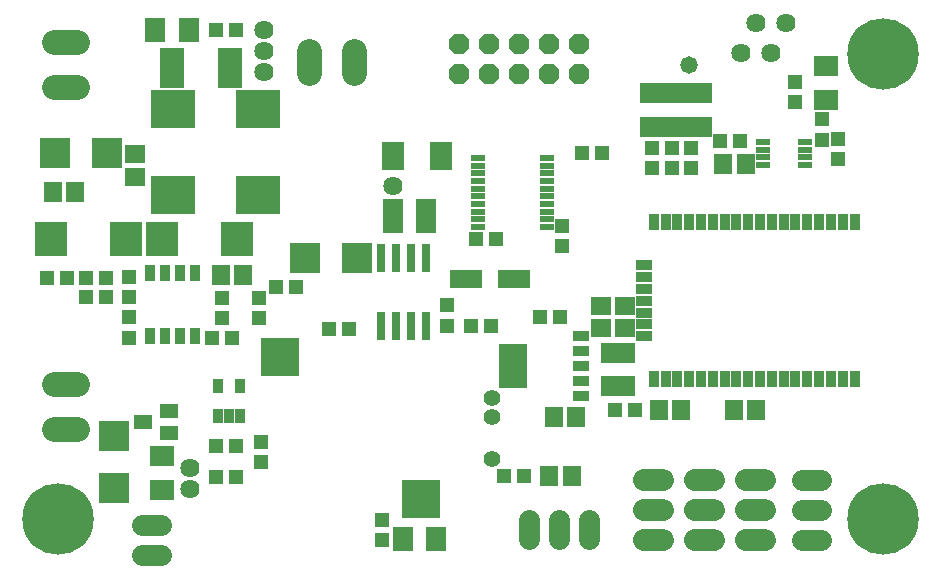
<source format=gts>
G75*
G70*
%OFA0B0*%
%FSLAX24Y24*%
%IPPOS*%
%LPD*%
%AMOC8*
5,1,8,0,0,1.08239X$1,22.5*
%
%ADD10R,0.0330X0.0580*%
%ADD11R,0.0580X0.0330*%
%ADD12R,0.0671X0.0592*%
%ADD13R,0.0592X0.0671*%
%ADD14R,0.0513X0.0474*%
%ADD15R,0.0474X0.0513*%
%ADD16R,0.1025X0.1025*%
%ADD17C,0.0830*%
%ADD18C,0.0720*%
%ADD19R,0.0592X0.0710*%
%ADD20C,0.0714*%
%ADD21C,0.0640*%
%ADD22R,0.0470X0.0200*%
%ADD23R,0.1143X0.0710*%
%ADD24R,0.1104X0.0631*%
%ADD25R,0.0710X0.0790*%
%ADD26R,0.0790X0.0710*%
%ADD27R,0.0781X0.0930*%
%ADD28R,0.0828X0.1320*%
%ADD29C,0.2380*%
%ADD30R,0.1084X0.1143*%
%ADD31R,0.0631X0.0474*%
%ADD32R,0.0352X0.0470*%
%ADD33R,0.0946X0.1497*%
%ADD34R,0.0710X0.1143*%
%ADD35R,0.0474X0.0237*%
%ADD36OC8,0.0680*%
%ADD37R,0.1261X0.1261*%
%ADD38R,0.0789X0.0710*%
%ADD39R,0.1497X0.1261*%
%ADD40R,0.0380X0.0530*%
%ADD41R,0.0277X0.0946*%
%ADD42C,0.0556*%
%ADD43C,0.0580*%
D10*
X022884Y007513D03*
X023278Y007513D03*
X023672Y007513D03*
X024065Y007513D03*
X024459Y007513D03*
X024853Y007513D03*
X025247Y007513D03*
X025640Y007513D03*
X026034Y007513D03*
X026428Y007513D03*
X026821Y007513D03*
X027215Y007513D03*
X027609Y007513D03*
X028002Y007513D03*
X028396Y007513D03*
X028790Y007513D03*
X029184Y007513D03*
X029577Y007513D03*
X029577Y012749D03*
X029184Y012749D03*
X028790Y012749D03*
X028396Y012749D03*
X028002Y012749D03*
X027609Y012749D03*
X027215Y012749D03*
X026821Y012749D03*
X026428Y012749D03*
X026034Y012749D03*
X025640Y012749D03*
X025247Y012749D03*
X024853Y012749D03*
X024459Y012749D03*
X024065Y012749D03*
X023672Y012749D03*
X023278Y012749D03*
X022884Y012749D03*
D11*
X022569Y011312D03*
X022569Y010918D03*
X022569Y010525D03*
X022569Y010131D03*
X022569Y009737D03*
X022569Y009344D03*
X022569Y008950D03*
X020443Y008939D03*
X020443Y008439D03*
X020443Y007939D03*
X020443Y007439D03*
X020443Y006939D03*
D12*
X021130Y009214D03*
X021930Y009214D03*
X021930Y009963D03*
X021130Y009963D03*
X005580Y014264D03*
X005580Y015013D03*
D13*
X003604Y013739D03*
X002856Y013739D03*
X008456Y010989D03*
X009204Y010989D03*
X019556Y006239D03*
X020304Y006239D03*
X025556Y006489D03*
X026304Y006489D03*
X025954Y014689D03*
X025206Y014689D03*
D14*
X024130Y014554D03*
X023480Y014554D03*
X022830Y014554D03*
X022830Y015223D03*
X023480Y015223D03*
X024130Y015223D03*
X027580Y016754D03*
X027580Y017423D03*
X028480Y016173D03*
X028480Y015504D03*
X029030Y015523D03*
X029030Y014854D03*
X019765Y009589D03*
X019095Y009589D03*
X015980Y009304D03*
X015980Y009973D03*
X012715Y009189D03*
X012045Y009189D03*
X009730Y009554D03*
X009730Y010223D03*
X005380Y010254D03*
X005380Y010923D03*
X008295Y005289D03*
X008965Y005289D03*
X008965Y004239D03*
X008295Y004239D03*
X013830Y002823D03*
X013830Y002154D03*
X016945Y012189D03*
X017615Y012189D03*
D15*
X019830Y011954D03*
X019830Y012623D03*
X020495Y015039D03*
X021165Y015039D03*
X025095Y015439D03*
X025765Y015439D03*
X017465Y009289D03*
X016795Y009289D03*
X021595Y006489D03*
X022265Y006489D03*
X018565Y004289D03*
X017895Y004289D03*
X009780Y004754D03*
X009780Y005423D03*
X008815Y008889D03*
X008145Y008889D03*
X008480Y009554D03*
X008480Y010223D03*
X010295Y010589D03*
X010965Y010589D03*
X005380Y009573D03*
X005380Y008904D03*
X004615Y010239D03*
X003945Y010239D03*
X003945Y010889D03*
X003315Y010889D03*
X002645Y010889D03*
X004615Y010889D03*
X008295Y019139D03*
X008965Y019139D03*
D16*
X004646Y015039D03*
X002914Y015039D03*
X011264Y011539D03*
X012996Y011539D03*
X004880Y005605D03*
X004880Y003872D03*
D17*
X003655Y005839D02*
X002905Y005839D01*
X002905Y007339D02*
X003655Y007339D01*
X003655Y017239D02*
X002905Y017239D01*
X002905Y018739D02*
X003655Y018739D01*
X011380Y018464D02*
X011380Y017714D01*
X012880Y017714D02*
X012880Y018464D01*
D18*
X022560Y004139D02*
X023200Y004139D01*
X024260Y004139D02*
X024900Y004139D01*
X025960Y004139D02*
X026600Y004139D01*
X026600Y003139D02*
X025960Y003139D01*
X025960Y002139D02*
X026600Y002139D01*
X024900Y002139D02*
X024260Y002139D01*
X023200Y002139D02*
X022560Y002139D01*
X022560Y003139D02*
X023200Y003139D01*
X024260Y003139D02*
X024900Y003139D01*
D19*
X020154Y004289D03*
X019406Y004289D03*
X023056Y006489D03*
X023804Y006489D03*
D20*
X027813Y004139D02*
X028447Y004139D01*
X028447Y003139D02*
X027813Y003139D01*
X027813Y002139D02*
X028447Y002139D01*
X020730Y002172D02*
X020730Y002805D01*
X019730Y002805D02*
X019730Y002172D01*
X018730Y002172D02*
X018730Y002805D01*
X006447Y002639D02*
X005813Y002639D01*
X005813Y001639D02*
X006447Y001639D01*
D21*
X007430Y003839D03*
X007430Y004539D03*
X014180Y013939D03*
X009880Y017739D03*
X009880Y018439D03*
X009880Y019139D03*
X025780Y018389D03*
X026780Y018389D03*
X026280Y019389D03*
X027280Y019389D03*
D22*
X019329Y014890D03*
X019329Y014634D03*
X019329Y014378D03*
X019329Y014122D03*
X019329Y013866D03*
X019329Y013611D03*
X019329Y013355D03*
X019329Y013099D03*
X019329Y012843D03*
X019329Y012587D03*
X017031Y012587D03*
X017031Y012843D03*
X017031Y013099D03*
X017031Y013355D03*
X017031Y013611D03*
X017031Y013866D03*
X017031Y014122D03*
X017031Y014378D03*
X017031Y014634D03*
X017031Y014890D03*
D23*
X021680Y008390D03*
X021680Y007287D03*
D24*
X018237Y010839D03*
X016623Y010839D03*
D25*
X007390Y019139D03*
X006270Y019139D03*
X014520Y002189D03*
X015640Y002189D03*
D26*
X022830Y015929D03*
X023630Y015929D03*
X024430Y015929D03*
X024430Y017048D03*
X023630Y017048D03*
X022830Y017048D03*
X028630Y016829D03*
X028630Y017948D03*
D27*
X015783Y014939D03*
X014181Y014939D03*
D28*
X008745Y017889D03*
X006815Y017889D03*
D29*
X003030Y002839D03*
X030530Y002839D03*
X030530Y018339D03*
D30*
X008980Y012189D03*
X006480Y012189D03*
X005280Y012189D03*
X002780Y012189D03*
D31*
X006713Y006463D03*
X005847Y006089D03*
X006713Y005714D03*
D32*
X008356Y006281D03*
X008730Y006281D03*
X009104Y006281D03*
X009104Y007300D03*
X008356Y007300D03*
D33*
X018199Y007939D03*
D34*
X015281Y012939D03*
X014179Y012939D03*
D35*
X026521Y014655D03*
X026521Y014911D03*
X026521Y015166D03*
X026521Y015422D03*
X027939Y015422D03*
X027939Y015166D03*
X027939Y014911D03*
X027939Y014655D03*
D36*
X020380Y017689D03*
X019380Y017689D03*
X018380Y017689D03*
X017380Y017689D03*
X016380Y017689D03*
X016380Y018689D03*
X017380Y018689D03*
X018380Y018689D03*
X019380Y018689D03*
X020380Y018689D03*
D37*
X010418Y008251D03*
X015142Y003526D03*
D38*
X006480Y003837D03*
X006480Y004940D03*
D39*
X006863Y013671D03*
X009697Y013671D03*
X009697Y016506D03*
X006863Y016506D03*
D40*
X007080Y011039D03*
X006580Y011039D03*
X006080Y011039D03*
X007580Y011039D03*
X007580Y008939D03*
X007080Y008939D03*
X006580Y008939D03*
X006080Y008939D03*
D41*
X013802Y009292D03*
X014302Y009292D03*
X014802Y009292D03*
X015302Y009292D03*
X015302Y011556D03*
X014802Y011556D03*
X014302Y011556D03*
X013802Y011556D03*
D42*
X017480Y006889D03*
X017480Y006239D03*
X017480Y004839D03*
D43*
X024060Y017989D03*
M02*

</source>
